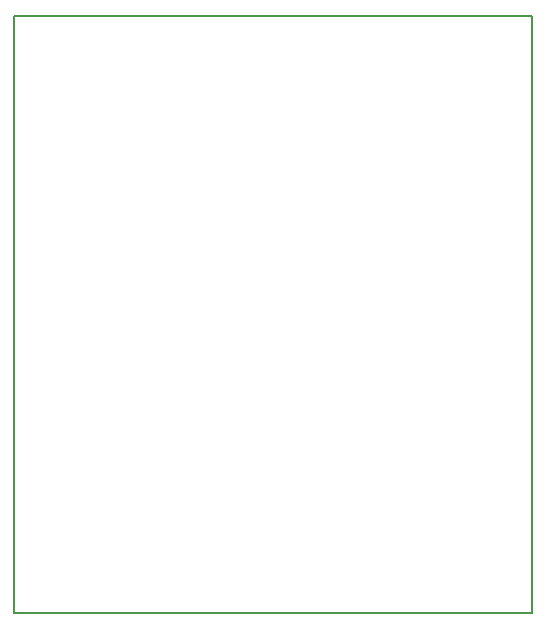
<source format=gm1>
G04 MADE WITH FRITZING*
G04 WWW.FRITZING.ORG*
G04 DOUBLE SIDED*
G04 HOLES PLATED*
G04 CONTOUR ON CENTER OF CONTOUR VECTOR*
%ASAXBY*%
%FSLAX23Y23*%
%MOIN*%
%OFA0B0*%
%SFA1.0B1.0*%
%ADD10R,1.734460X1.998290*%
%ADD11C,0.008000*%
%ADD10C,0.008*%
%LNCONTOUR*%
G90*
G70*
G54D10*
G54D11*
X4Y1994D02*
X1730Y1994D01*
X1730Y4D01*
X4Y4D01*
X4Y1994D01*
D02*
G04 End of contour*
M02*
</source>
